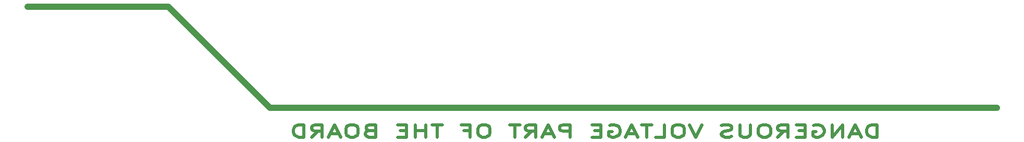
<source format=gbr>
%TF.GenerationSoftware,KiCad,Pcbnew,9.0.3*%
%TF.CreationDate,2025-07-21T16:07:52+02:00*%
%TF.ProjectId,lokho1-z,6c6f6b68-6f31-42d7-9a2e-6b696361645f,rev?*%
%TF.SameCoordinates,Original*%
%TF.FileFunction,Legend,Bot*%
%TF.FilePolarity,Positive*%
%FSLAX46Y46*%
G04 Gerber Fmt 4.6, Leading zero omitted, Abs format (unit mm)*
G04 Created by KiCad (PCBNEW 9.0.3) date 2025-07-21 16:07:52*
%MOMM*%
%LPD*%
G01*
G04 APERTURE LIST*
%ADD10C,0.500000*%
%ADD11C,1.000000*%
G04 APERTURE END LIST*
D10*
X179131767Y-124659238D02*
X179131767Y-122659238D01*
X179131767Y-122659238D02*
X178417481Y-122659238D01*
X178417481Y-122659238D02*
X177988910Y-122754476D01*
X177988910Y-122754476D02*
X177703195Y-122944952D01*
X177703195Y-122944952D02*
X177560338Y-123135428D01*
X177560338Y-123135428D02*
X177417481Y-123516380D01*
X177417481Y-123516380D02*
X177417481Y-123802095D01*
X177417481Y-123802095D02*
X177560338Y-124183047D01*
X177560338Y-124183047D02*
X177703195Y-124373523D01*
X177703195Y-124373523D02*
X177988910Y-124564000D01*
X177988910Y-124564000D02*
X178417481Y-124659238D01*
X178417481Y-124659238D02*
X179131767Y-124659238D01*
X176274624Y-124087809D02*
X174846053Y-124087809D01*
X176560338Y-124659238D02*
X175560338Y-122659238D01*
X175560338Y-122659238D02*
X174560338Y-124659238D01*
X173560338Y-124659238D02*
X173560338Y-122659238D01*
X173560338Y-122659238D02*
X171846052Y-124659238D01*
X171846052Y-124659238D02*
X171846052Y-122659238D01*
X168846052Y-122754476D02*
X169131767Y-122659238D01*
X169131767Y-122659238D02*
X169560338Y-122659238D01*
X169560338Y-122659238D02*
X169988909Y-122754476D01*
X169988909Y-122754476D02*
X170274624Y-122944952D01*
X170274624Y-122944952D02*
X170417481Y-123135428D01*
X170417481Y-123135428D02*
X170560338Y-123516380D01*
X170560338Y-123516380D02*
X170560338Y-123802095D01*
X170560338Y-123802095D02*
X170417481Y-124183047D01*
X170417481Y-124183047D02*
X170274624Y-124373523D01*
X170274624Y-124373523D02*
X169988909Y-124564000D01*
X169988909Y-124564000D02*
X169560338Y-124659238D01*
X169560338Y-124659238D02*
X169274624Y-124659238D01*
X169274624Y-124659238D02*
X168846052Y-124564000D01*
X168846052Y-124564000D02*
X168703195Y-124468761D01*
X168703195Y-124468761D02*
X168703195Y-123802095D01*
X168703195Y-123802095D02*
X169274624Y-123802095D01*
X167417481Y-123611619D02*
X166417481Y-123611619D01*
X165988909Y-124659238D02*
X167417481Y-124659238D01*
X167417481Y-124659238D02*
X167417481Y-122659238D01*
X167417481Y-122659238D02*
X165988909Y-122659238D01*
X162988909Y-124659238D02*
X163988909Y-123706857D01*
X164703195Y-124659238D02*
X164703195Y-122659238D01*
X164703195Y-122659238D02*
X163560338Y-122659238D01*
X163560338Y-122659238D02*
X163274623Y-122754476D01*
X163274623Y-122754476D02*
X163131766Y-122849714D01*
X163131766Y-122849714D02*
X162988909Y-123040190D01*
X162988909Y-123040190D02*
X162988909Y-123325904D01*
X162988909Y-123325904D02*
X163131766Y-123516380D01*
X163131766Y-123516380D02*
X163274623Y-123611619D01*
X163274623Y-123611619D02*
X163560338Y-123706857D01*
X163560338Y-123706857D02*
X164703195Y-123706857D01*
X161131766Y-122659238D02*
X160560338Y-122659238D01*
X160560338Y-122659238D02*
X160274623Y-122754476D01*
X160274623Y-122754476D02*
X159988909Y-122944952D01*
X159988909Y-122944952D02*
X159846052Y-123325904D01*
X159846052Y-123325904D02*
X159846052Y-123992571D01*
X159846052Y-123992571D02*
X159988909Y-124373523D01*
X159988909Y-124373523D02*
X160274623Y-124564000D01*
X160274623Y-124564000D02*
X160560338Y-124659238D01*
X160560338Y-124659238D02*
X161131766Y-124659238D01*
X161131766Y-124659238D02*
X161417481Y-124564000D01*
X161417481Y-124564000D02*
X161703195Y-124373523D01*
X161703195Y-124373523D02*
X161846052Y-123992571D01*
X161846052Y-123992571D02*
X161846052Y-123325904D01*
X161846052Y-123325904D02*
X161703195Y-122944952D01*
X161703195Y-122944952D02*
X161417481Y-122754476D01*
X161417481Y-122754476D02*
X161131766Y-122659238D01*
X158560338Y-122659238D02*
X158560338Y-124278285D01*
X158560338Y-124278285D02*
X158417481Y-124468761D01*
X158417481Y-124468761D02*
X158274624Y-124564000D01*
X158274624Y-124564000D02*
X157988909Y-124659238D01*
X157988909Y-124659238D02*
X157417481Y-124659238D01*
X157417481Y-124659238D02*
X157131766Y-124564000D01*
X157131766Y-124564000D02*
X156988909Y-124468761D01*
X156988909Y-124468761D02*
X156846052Y-124278285D01*
X156846052Y-124278285D02*
X156846052Y-122659238D01*
X155560338Y-124564000D02*
X155131767Y-124659238D01*
X155131767Y-124659238D02*
X154417481Y-124659238D01*
X154417481Y-124659238D02*
X154131767Y-124564000D01*
X154131767Y-124564000D02*
X153988909Y-124468761D01*
X153988909Y-124468761D02*
X153846052Y-124278285D01*
X153846052Y-124278285D02*
X153846052Y-124087809D01*
X153846052Y-124087809D02*
X153988909Y-123897333D01*
X153988909Y-123897333D02*
X154131767Y-123802095D01*
X154131767Y-123802095D02*
X154417481Y-123706857D01*
X154417481Y-123706857D02*
X154988909Y-123611619D01*
X154988909Y-123611619D02*
X155274624Y-123516380D01*
X155274624Y-123516380D02*
X155417481Y-123421142D01*
X155417481Y-123421142D02*
X155560338Y-123230666D01*
X155560338Y-123230666D02*
X155560338Y-123040190D01*
X155560338Y-123040190D02*
X155417481Y-122849714D01*
X155417481Y-122849714D02*
X155274624Y-122754476D01*
X155274624Y-122754476D02*
X154988909Y-122659238D01*
X154988909Y-122659238D02*
X154274624Y-122659238D01*
X154274624Y-122659238D02*
X153846052Y-122754476D01*
X150703195Y-122659238D02*
X149703195Y-124659238D01*
X149703195Y-124659238D02*
X148703195Y-122659238D01*
X147131766Y-122659238D02*
X146560338Y-122659238D01*
X146560338Y-122659238D02*
X146274623Y-122754476D01*
X146274623Y-122754476D02*
X145988909Y-122944952D01*
X145988909Y-122944952D02*
X145846052Y-123325904D01*
X145846052Y-123325904D02*
X145846052Y-123992571D01*
X145846052Y-123992571D02*
X145988909Y-124373523D01*
X145988909Y-124373523D02*
X146274623Y-124564000D01*
X146274623Y-124564000D02*
X146560338Y-124659238D01*
X146560338Y-124659238D02*
X147131766Y-124659238D01*
X147131766Y-124659238D02*
X147417481Y-124564000D01*
X147417481Y-124564000D02*
X147703195Y-124373523D01*
X147703195Y-124373523D02*
X147846052Y-123992571D01*
X147846052Y-123992571D02*
X147846052Y-123325904D01*
X147846052Y-123325904D02*
X147703195Y-122944952D01*
X147703195Y-122944952D02*
X147417481Y-122754476D01*
X147417481Y-122754476D02*
X147131766Y-122659238D01*
X143131766Y-124659238D02*
X144560338Y-124659238D01*
X144560338Y-124659238D02*
X144560338Y-122659238D01*
X142560338Y-122659238D02*
X140846053Y-122659238D01*
X141703195Y-124659238D02*
X141703195Y-122659238D01*
X139988910Y-124087809D02*
X138560339Y-124087809D01*
X140274624Y-124659238D02*
X139274624Y-122659238D01*
X139274624Y-122659238D02*
X138274624Y-124659238D01*
X135703195Y-122754476D02*
X135988910Y-122659238D01*
X135988910Y-122659238D02*
X136417481Y-122659238D01*
X136417481Y-122659238D02*
X136846052Y-122754476D01*
X136846052Y-122754476D02*
X137131767Y-122944952D01*
X137131767Y-122944952D02*
X137274624Y-123135428D01*
X137274624Y-123135428D02*
X137417481Y-123516380D01*
X137417481Y-123516380D02*
X137417481Y-123802095D01*
X137417481Y-123802095D02*
X137274624Y-124183047D01*
X137274624Y-124183047D02*
X137131767Y-124373523D01*
X137131767Y-124373523D02*
X136846052Y-124564000D01*
X136846052Y-124564000D02*
X136417481Y-124659238D01*
X136417481Y-124659238D02*
X136131767Y-124659238D01*
X136131767Y-124659238D02*
X135703195Y-124564000D01*
X135703195Y-124564000D02*
X135560338Y-124468761D01*
X135560338Y-124468761D02*
X135560338Y-123802095D01*
X135560338Y-123802095D02*
X136131767Y-123802095D01*
X134274624Y-123611619D02*
X133274624Y-123611619D01*
X132846052Y-124659238D02*
X134274624Y-124659238D01*
X134274624Y-124659238D02*
X134274624Y-122659238D01*
X134274624Y-122659238D02*
X132846052Y-122659238D01*
X129274624Y-124659238D02*
X129274624Y-122659238D01*
X129274624Y-122659238D02*
X128131767Y-122659238D01*
X128131767Y-122659238D02*
X127846052Y-122754476D01*
X127846052Y-122754476D02*
X127703195Y-122849714D01*
X127703195Y-122849714D02*
X127560338Y-123040190D01*
X127560338Y-123040190D02*
X127560338Y-123325904D01*
X127560338Y-123325904D02*
X127703195Y-123516380D01*
X127703195Y-123516380D02*
X127846052Y-123611619D01*
X127846052Y-123611619D02*
X128131767Y-123706857D01*
X128131767Y-123706857D02*
X129274624Y-123706857D01*
X126417481Y-124087809D02*
X124988910Y-124087809D01*
X126703195Y-124659238D02*
X125703195Y-122659238D01*
X125703195Y-122659238D02*
X124703195Y-124659238D01*
X121988909Y-124659238D02*
X122988909Y-123706857D01*
X123703195Y-124659238D02*
X123703195Y-122659238D01*
X123703195Y-122659238D02*
X122560338Y-122659238D01*
X122560338Y-122659238D02*
X122274623Y-122754476D01*
X122274623Y-122754476D02*
X122131766Y-122849714D01*
X122131766Y-122849714D02*
X121988909Y-123040190D01*
X121988909Y-123040190D02*
X121988909Y-123325904D01*
X121988909Y-123325904D02*
X122131766Y-123516380D01*
X122131766Y-123516380D02*
X122274623Y-123611619D01*
X122274623Y-123611619D02*
X122560338Y-123706857D01*
X122560338Y-123706857D02*
X123703195Y-123706857D01*
X121131766Y-122659238D02*
X119417481Y-122659238D01*
X120274623Y-124659238D02*
X120274623Y-122659238D01*
X115560338Y-122659238D02*
X114988910Y-122659238D01*
X114988910Y-122659238D02*
X114703195Y-122754476D01*
X114703195Y-122754476D02*
X114417481Y-122944952D01*
X114417481Y-122944952D02*
X114274624Y-123325904D01*
X114274624Y-123325904D02*
X114274624Y-123992571D01*
X114274624Y-123992571D02*
X114417481Y-124373523D01*
X114417481Y-124373523D02*
X114703195Y-124564000D01*
X114703195Y-124564000D02*
X114988910Y-124659238D01*
X114988910Y-124659238D02*
X115560338Y-124659238D01*
X115560338Y-124659238D02*
X115846053Y-124564000D01*
X115846053Y-124564000D02*
X116131767Y-124373523D01*
X116131767Y-124373523D02*
X116274624Y-123992571D01*
X116274624Y-123992571D02*
X116274624Y-123325904D01*
X116274624Y-123325904D02*
X116131767Y-122944952D01*
X116131767Y-122944952D02*
X115846053Y-122754476D01*
X115846053Y-122754476D02*
X115560338Y-122659238D01*
X111988910Y-123611619D02*
X112988910Y-123611619D01*
X112988910Y-124659238D02*
X112988910Y-122659238D01*
X112988910Y-122659238D02*
X111560338Y-122659238D01*
X108560338Y-122659238D02*
X106846053Y-122659238D01*
X107703195Y-124659238D02*
X107703195Y-122659238D01*
X105846053Y-124659238D02*
X105846053Y-122659238D01*
X105846053Y-123611619D02*
X104131767Y-123611619D01*
X104131767Y-124659238D02*
X104131767Y-122659238D01*
X102703196Y-123611619D02*
X101703196Y-123611619D01*
X101274624Y-124659238D02*
X102703196Y-124659238D01*
X102703196Y-124659238D02*
X102703196Y-122659238D01*
X102703196Y-122659238D02*
X101274624Y-122659238D01*
X96703196Y-123611619D02*
X96274624Y-123706857D01*
X96274624Y-123706857D02*
X96131767Y-123802095D01*
X96131767Y-123802095D02*
X95988910Y-123992571D01*
X95988910Y-123992571D02*
X95988910Y-124278285D01*
X95988910Y-124278285D02*
X96131767Y-124468761D01*
X96131767Y-124468761D02*
X96274624Y-124564000D01*
X96274624Y-124564000D02*
X96560339Y-124659238D01*
X96560339Y-124659238D02*
X97703196Y-124659238D01*
X97703196Y-124659238D02*
X97703196Y-122659238D01*
X97703196Y-122659238D02*
X96703196Y-122659238D01*
X96703196Y-122659238D02*
X96417482Y-122754476D01*
X96417482Y-122754476D02*
X96274624Y-122849714D01*
X96274624Y-122849714D02*
X96131767Y-123040190D01*
X96131767Y-123040190D02*
X96131767Y-123230666D01*
X96131767Y-123230666D02*
X96274624Y-123421142D01*
X96274624Y-123421142D02*
X96417482Y-123516380D01*
X96417482Y-123516380D02*
X96703196Y-123611619D01*
X96703196Y-123611619D02*
X97703196Y-123611619D01*
X94131767Y-122659238D02*
X93560339Y-122659238D01*
X93560339Y-122659238D02*
X93274624Y-122754476D01*
X93274624Y-122754476D02*
X92988910Y-122944952D01*
X92988910Y-122944952D02*
X92846053Y-123325904D01*
X92846053Y-123325904D02*
X92846053Y-123992571D01*
X92846053Y-123992571D02*
X92988910Y-124373523D01*
X92988910Y-124373523D02*
X93274624Y-124564000D01*
X93274624Y-124564000D02*
X93560339Y-124659238D01*
X93560339Y-124659238D02*
X94131767Y-124659238D01*
X94131767Y-124659238D02*
X94417482Y-124564000D01*
X94417482Y-124564000D02*
X94703196Y-124373523D01*
X94703196Y-124373523D02*
X94846053Y-123992571D01*
X94846053Y-123992571D02*
X94846053Y-123325904D01*
X94846053Y-123325904D02*
X94703196Y-122944952D01*
X94703196Y-122944952D02*
X94417482Y-122754476D01*
X94417482Y-122754476D02*
X94131767Y-122659238D01*
X91703196Y-124087809D02*
X90274625Y-124087809D01*
X91988910Y-124659238D02*
X90988910Y-122659238D01*
X90988910Y-122659238D02*
X89988910Y-124659238D01*
X87274624Y-124659238D02*
X88274624Y-123706857D01*
X88988910Y-124659238D02*
X88988910Y-122659238D01*
X88988910Y-122659238D02*
X87846053Y-122659238D01*
X87846053Y-122659238D02*
X87560338Y-122754476D01*
X87560338Y-122754476D02*
X87417481Y-122849714D01*
X87417481Y-122849714D02*
X87274624Y-123040190D01*
X87274624Y-123040190D02*
X87274624Y-123325904D01*
X87274624Y-123325904D02*
X87417481Y-123516380D01*
X87417481Y-123516380D02*
X87560338Y-123611619D01*
X87560338Y-123611619D02*
X87846053Y-123706857D01*
X87846053Y-123706857D02*
X88988910Y-123706857D01*
X85988910Y-124659238D02*
X85988910Y-122659238D01*
X85988910Y-122659238D02*
X85274624Y-122659238D01*
X85274624Y-122659238D02*
X84846053Y-122754476D01*
X84846053Y-122754476D02*
X84560338Y-122944952D01*
X84560338Y-122944952D02*
X84417481Y-123135428D01*
X84417481Y-123135428D02*
X84274624Y-123516380D01*
X84274624Y-123516380D02*
X84274624Y-123802095D01*
X84274624Y-123802095D02*
X84417481Y-124183047D01*
X84417481Y-124183047D02*
X84560338Y-124373523D01*
X84560338Y-124373523D02*
X84846053Y-124564000D01*
X84846053Y-124564000D02*
X85274624Y-124659238D01*
X85274624Y-124659238D02*
X85988910Y-124659238D01*
D11*
X63970000Y-103340000D02*
X41110000Y-103340000D01*
X80480000Y-119850000D02*
X63970000Y-103340000D01*
X198590000Y-119850000D02*
X80480000Y-119850000D01*
M02*

</source>
